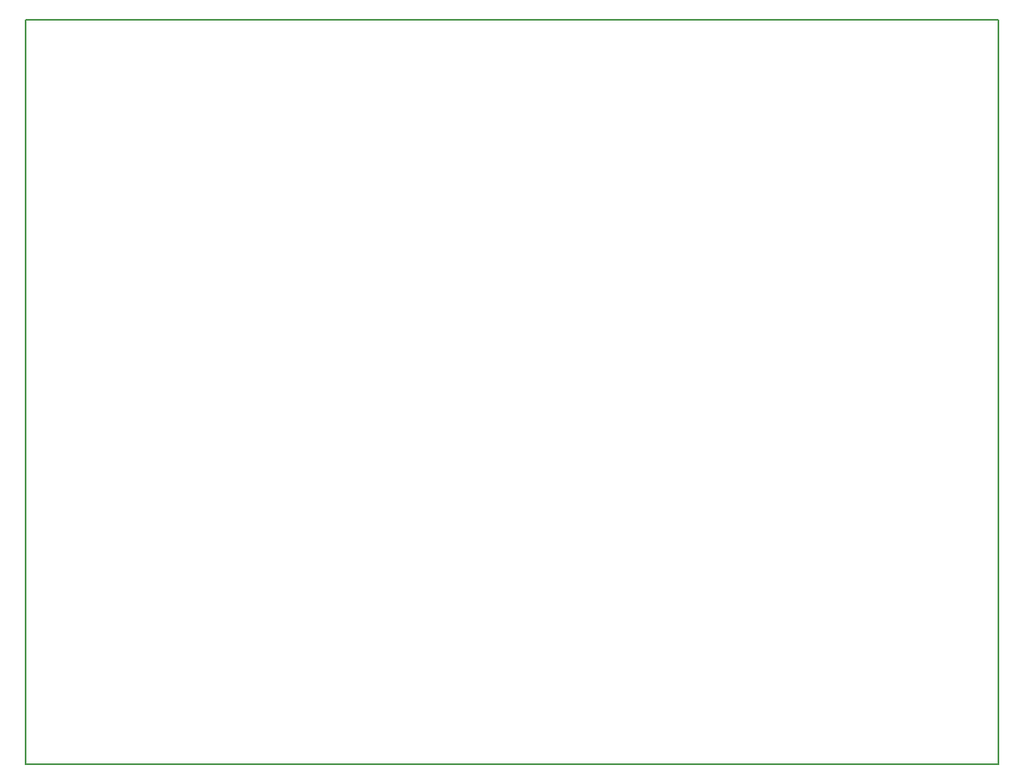
<source format=gbo>
G04 MADE WITH FRITZING*
G04 WWW.FRITZING.ORG*
G04 DOUBLE SIDED*
G04 HOLES PLATED*
G04 CONTOUR ON CENTER OF CONTOUR VECTOR*
%ASAXBY*%
%FSLAX23Y23*%
%MOIN*%
%OFA0B0*%
%SFA1.0B1.0*%
%ADD10R,3.937010X3.016050X3.921010X3.000050*%
%ADD11C,0.008000*%
%LNSILK0*%
G90*
G70*
G54D11*
X4Y3012D02*
X3933Y3012D01*
X3933Y4D01*
X4Y4D01*
X4Y3012D01*
D02*
G04 End of Silk0*
M02*
</source>
